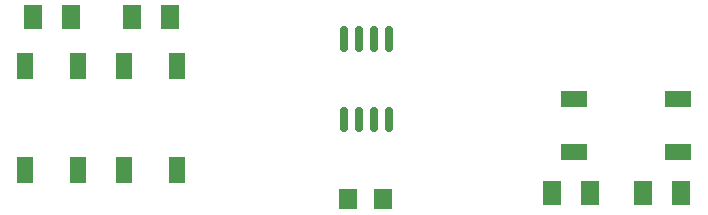
<source format=gtp>
G04 Layer: TopPasteMaskLayer*
G04 EasyEDA v6.3.22, 2020-04-03T23:48:27+02:00*
G04 c84acfee6ada4594b27f9e032ef05081,b454bf58618a4ea094e2924ff918fcb0,10*
G04 Gerber Generator version 0.2*
G04 Scale: 100 percent, Rotated: No, Reflected: No *
G04 Dimensions in millimeters *
G04 leading zeros omitted , absolute positions ,3 integer and 3 decimal *
%FSLAX33Y33*%
%MOMM*%
G90*
G71D02*

%ADD12C,0.699999*%
%ADD16R,1.600200X1.999996*%
%ADD17R,1.499997X1.799996*%
%ADD18R,1.399997X2.199996*%
%ADD19R,2.199996X1.399997*%

%LPD*%
G54D12*
G01X31588Y17127D02*
G01X31588Y15627D01*
G01X32858Y17127D02*
G01X32858Y15627D01*
G01X34128Y17127D02*
G01X34128Y15627D01*
G01X35398Y17127D02*
G01X35398Y15627D01*
G01X31588Y23928D02*
G01X31588Y22428D01*
G01X32858Y23928D02*
G01X32858Y22428D01*
G01X34128Y23928D02*
G01X34128Y22428D01*
G01X35398Y23928D02*
G01X35398Y22428D01*
G54D16*
G01X52365Y10125D03*
G01X49166Y10125D03*
G54D17*
G01X34890Y9617D03*
G01X31890Y9617D03*
G54D16*
G01X60112Y10125D03*
G01X56913Y10125D03*
G01X5218Y25048D03*
G01X8419Y25048D03*
G01X13601Y25048D03*
G01X16801Y25048D03*
G54D18*
G01X4574Y20876D03*
G01X4574Y12075D03*
G01X9073Y12075D03*
G01X9073Y20876D03*
G01X12956Y20876D03*
G01X12956Y12075D03*
G01X17455Y12075D03*
G01X17455Y20876D03*
G54D19*
G01X59865Y18090D03*
G01X51064Y18090D03*
G01X51064Y13591D03*
G01X59865Y13591D03*
M00*
M02*

</source>
